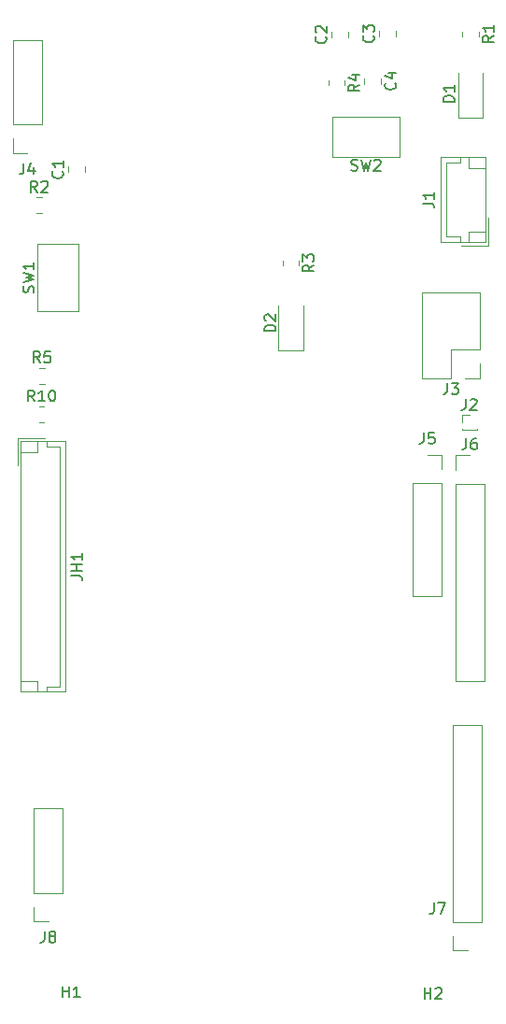
<source format=gbr>
%TF.GenerationSoftware,KiCad,Pcbnew,7.0.9*%
%TF.CreationDate,2023-11-15T13:05:46-05:00*%
%TF.ProjectId,SB2_ACOND_CONN,5342325f-4143-44f4-9e44-5f434f4e4e2e,rev?*%
%TF.SameCoordinates,Original*%
%TF.FileFunction,Legend,Top*%
%TF.FilePolarity,Positive*%
%FSLAX46Y46*%
G04 Gerber Fmt 4.6, Leading zero omitted, Abs format (unit mm)*
G04 Created by KiCad (PCBNEW 7.0.9) date 2023-11-15 13:05:46*
%MOMM*%
%LPD*%
G01*
G04 APERTURE LIST*
%ADD10C,0.150000*%
%ADD11C,0.120000*%
G04 APERTURE END LIST*
D10*
X88228095Y-122954819D02*
X88228095Y-121954819D01*
X88228095Y-122431009D02*
X88799523Y-122431009D01*
X88799523Y-122954819D02*
X88799523Y-121954819D01*
X89228095Y-122050057D02*
X89275714Y-122002438D01*
X89275714Y-122002438D02*
X89370952Y-121954819D01*
X89370952Y-121954819D02*
X89609047Y-121954819D01*
X89609047Y-121954819D02*
X89704285Y-122002438D01*
X89704285Y-122002438D02*
X89751904Y-122050057D01*
X89751904Y-122050057D02*
X89799523Y-122145295D01*
X89799523Y-122145295D02*
X89799523Y-122240533D01*
X89799523Y-122240533D02*
X89751904Y-122383390D01*
X89751904Y-122383390D02*
X89180476Y-122954819D01*
X89180476Y-122954819D02*
X89799523Y-122954819D01*
X92021066Y-72156419D02*
X92021066Y-72870704D01*
X92021066Y-72870704D02*
X91973447Y-73013561D01*
X91973447Y-73013561D02*
X91878209Y-73108800D01*
X91878209Y-73108800D02*
X91735352Y-73156419D01*
X91735352Y-73156419D02*
X91640114Y-73156419D01*
X92925828Y-72156419D02*
X92735352Y-72156419D01*
X92735352Y-72156419D02*
X92640114Y-72204038D01*
X92640114Y-72204038D02*
X92592495Y-72251657D01*
X92592495Y-72251657D02*
X92497257Y-72394514D01*
X92497257Y-72394514D02*
X92449638Y-72584990D01*
X92449638Y-72584990D02*
X92449638Y-72965942D01*
X92449638Y-72965942D02*
X92497257Y-73061180D01*
X92497257Y-73061180D02*
X92544876Y-73108800D01*
X92544876Y-73108800D02*
X92640114Y-73156419D01*
X92640114Y-73156419D02*
X92830590Y-73156419D01*
X92830590Y-73156419D02*
X92925828Y-73108800D01*
X92925828Y-73108800D02*
X92973447Y-73061180D01*
X92973447Y-73061180D02*
X93021066Y-72965942D01*
X93021066Y-72965942D02*
X93021066Y-72727847D01*
X93021066Y-72727847D02*
X92973447Y-72632609D01*
X92973447Y-72632609D02*
X92925828Y-72584990D01*
X92925828Y-72584990D02*
X92830590Y-72537371D01*
X92830590Y-72537371D02*
X92640114Y-72537371D01*
X92640114Y-72537371D02*
X92544876Y-72584990D01*
X92544876Y-72584990D02*
X92497257Y-72632609D01*
X92497257Y-72632609D02*
X92449638Y-72727847D01*
X53376533Y-65302019D02*
X53043200Y-64825828D01*
X52805105Y-65302019D02*
X52805105Y-64302019D01*
X52805105Y-64302019D02*
X53186057Y-64302019D01*
X53186057Y-64302019D02*
X53281295Y-64349638D01*
X53281295Y-64349638D02*
X53328914Y-64397257D01*
X53328914Y-64397257D02*
X53376533Y-64492495D01*
X53376533Y-64492495D02*
X53376533Y-64635352D01*
X53376533Y-64635352D02*
X53328914Y-64730590D01*
X53328914Y-64730590D02*
X53281295Y-64778209D01*
X53281295Y-64778209D02*
X53186057Y-64825828D01*
X53186057Y-64825828D02*
X52805105Y-64825828D01*
X54281295Y-64302019D02*
X53805105Y-64302019D01*
X53805105Y-64302019D02*
X53757486Y-64778209D01*
X53757486Y-64778209D02*
X53805105Y-64730590D01*
X53805105Y-64730590D02*
X53900343Y-64682971D01*
X53900343Y-64682971D02*
X54138438Y-64682971D01*
X54138438Y-64682971D02*
X54233676Y-64730590D01*
X54233676Y-64730590D02*
X54281295Y-64778209D01*
X54281295Y-64778209D02*
X54328914Y-64873447D01*
X54328914Y-64873447D02*
X54328914Y-65111542D01*
X54328914Y-65111542D02*
X54281295Y-65206780D01*
X54281295Y-65206780D02*
X54233676Y-65254400D01*
X54233676Y-65254400D02*
X54138438Y-65302019D01*
X54138438Y-65302019D02*
X53900343Y-65302019D01*
X53900343Y-65302019D02*
X53805105Y-65254400D01*
X53805105Y-65254400D02*
X53757486Y-65206780D01*
X53768666Y-116844819D02*
X53768666Y-117559104D01*
X53768666Y-117559104D02*
X53721047Y-117701961D01*
X53721047Y-117701961D02*
X53625809Y-117797200D01*
X53625809Y-117797200D02*
X53482952Y-117844819D01*
X53482952Y-117844819D02*
X53387714Y-117844819D01*
X54387714Y-117273390D02*
X54292476Y-117225771D01*
X54292476Y-117225771D02*
X54244857Y-117178152D01*
X54244857Y-117178152D02*
X54197238Y-117082914D01*
X54197238Y-117082914D02*
X54197238Y-117035295D01*
X54197238Y-117035295D02*
X54244857Y-116940057D01*
X54244857Y-116940057D02*
X54292476Y-116892438D01*
X54292476Y-116892438D02*
X54387714Y-116844819D01*
X54387714Y-116844819D02*
X54578190Y-116844819D01*
X54578190Y-116844819D02*
X54673428Y-116892438D01*
X54673428Y-116892438D02*
X54721047Y-116940057D01*
X54721047Y-116940057D02*
X54768666Y-117035295D01*
X54768666Y-117035295D02*
X54768666Y-117082914D01*
X54768666Y-117082914D02*
X54721047Y-117178152D01*
X54721047Y-117178152D02*
X54673428Y-117225771D01*
X54673428Y-117225771D02*
X54578190Y-117273390D01*
X54578190Y-117273390D02*
X54387714Y-117273390D01*
X54387714Y-117273390D02*
X54292476Y-117321009D01*
X54292476Y-117321009D02*
X54244857Y-117368628D01*
X54244857Y-117368628D02*
X54197238Y-117463866D01*
X54197238Y-117463866D02*
X54197238Y-117654342D01*
X54197238Y-117654342D02*
X54244857Y-117749580D01*
X54244857Y-117749580D02*
X54292476Y-117797200D01*
X54292476Y-117797200D02*
X54387714Y-117844819D01*
X54387714Y-117844819D02*
X54578190Y-117844819D01*
X54578190Y-117844819D02*
X54673428Y-117797200D01*
X54673428Y-117797200D02*
X54721047Y-117749580D01*
X54721047Y-117749580D02*
X54768666Y-117654342D01*
X54768666Y-117654342D02*
X54768666Y-117463866D01*
X54768666Y-117463866D02*
X54721047Y-117368628D01*
X54721047Y-117368628D02*
X54673428Y-117321009D01*
X54673428Y-117321009D02*
X54578190Y-117273390D01*
X51889066Y-47233619D02*
X51889066Y-47947904D01*
X51889066Y-47947904D02*
X51841447Y-48090761D01*
X51841447Y-48090761D02*
X51746209Y-48186000D01*
X51746209Y-48186000D02*
X51603352Y-48233619D01*
X51603352Y-48233619D02*
X51508114Y-48233619D01*
X52793828Y-47566952D02*
X52793828Y-48233619D01*
X52555733Y-47186000D02*
X52317638Y-47900285D01*
X52317638Y-47900285D02*
X52936685Y-47900285D01*
X52849542Y-68807219D02*
X52516209Y-68331028D01*
X52278114Y-68807219D02*
X52278114Y-67807219D01*
X52278114Y-67807219D02*
X52659066Y-67807219D01*
X52659066Y-67807219D02*
X52754304Y-67854838D01*
X52754304Y-67854838D02*
X52801923Y-67902457D01*
X52801923Y-67902457D02*
X52849542Y-67997695D01*
X52849542Y-67997695D02*
X52849542Y-68140552D01*
X52849542Y-68140552D02*
X52801923Y-68235790D01*
X52801923Y-68235790D02*
X52754304Y-68283409D01*
X52754304Y-68283409D02*
X52659066Y-68331028D01*
X52659066Y-68331028D02*
X52278114Y-68331028D01*
X53801923Y-68807219D02*
X53230495Y-68807219D01*
X53516209Y-68807219D02*
X53516209Y-67807219D01*
X53516209Y-67807219D02*
X53420971Y-67950076D01*
X53420971Y-67950076D02*
X53325733Y-68045314D01*
X53325733Y-68045314D02*
X53230495Y-68092933D01*
X54420971Y-67807219D02*
X54516209Y-67807219D01*
X54516209Y-67807219D02*
X54611447Y-67854838D01*
X54611447Y-67854838D02*
X54659066Y-67902457D01*
X54659066Y-67902457D02*
X54706685Y-67997695D01*
X54706685Y-67997695D02*
X54754304Y-68188171D01*
X54754304Y-68188171D02*
X54754304Y-68426266D01*
X54754304Y-68426266D02*
X54706685Y-68616742D01*
X54706685Y-68616742D02*
X54659066Y-68711980D01*
X54659066Y-68711980D02*
X54611447Y-68759600D01*
X54611447Y-68759600D02*
X54516209Y-68807219D01*
X54516209Y-68807219D02*
X54420971Y-68807219D01*
X54420971Y-68807219D02*
X54325733Y-68759600D01*
X54325733Y-68759600D02*
X54278114Y-68711980D01*
X54278114Y-68711980D02*
X54230495Y-68616742D01*
X54230495Y-68616742D02*
X54182876Y-68426266D01*
X54182876Y-68426266D02*
X54182876Y-68188171D01*
X54182876Y-68188171D02*
X54230495Y-67997695D01*
X54230495Y-67997695D02*
X54278114Y-67902457D01*
X54278114Y-67902457D02*
X54325733Y-67854838D01*
X54325733Y-67854838D02*
X54420971Y-67807219D01*
X81583867Y-47863600D02*
X81726724Y-47911219D01*
X81726724Y-47911219D02*
X81964819Y-47911219D01*
X81964819Y-47911219D02*
X82060057Y-47863600D01*
X82060057Y-47863600D02*
X82107676Y-47815980D01*
X82107676Y-47815980D02*
X82155295Y-47720742D01*
X82155295Y-47720742D02*
X82155295Y-47625504D01*
X82155295Y-47625504D02*
X82107676Y-47530266D01*
X82107676Y-47530266D02*
X82060057Y-47482647D01*
X82060057Y-47482647D02*
X81964819Y-47435028D01*
X81964819Y-47435028D02*
X81774343Y-47387409D01*
X81774343Y-47387409D02*
X81679105Y-47339790D01*
X81679105Y-47339790D02*
X81631486Y-47292171D01*
X81631486Y-47292171D02*
X81583867Y-47196933D01*
X81583867Y-47196933D02*
X81583867Y-47101695D01*
X81583867Y-47101695D02*
X81631486Y-47006457D01*
X81631486Y-47006457D02*
X81679105Y-46958838D01*
X81679105Y-46958838D02*
X81774343Y-46911219D01*
X81774343Y-46911219D02*
X82012438Y-46911219D01*
X82012438Y-46911219D02*
X82155295Y-46958838D01*
X82488629Y-46911219D02*
X82726724Y-47911219D01*
X82726724Y-47911219D02*
X82917200Y-47196933D01*
X82917200Y-47196933D02*
X83107676Y-47911219D01*
X83107676Y-47911219D02*
X83345772Y-46911219D01*
X83679105Y-47006457D02*
X83726724Y-46958838D01*
X83726724Y-46958838D02*
X83821962Y-46911219D01*
X83821962Y-46911219D02*
X84060057Y-46911219D01*
X84060057Y-46911219D02*
X84155295Y-46958838D01*
X84155295Y-46958838D02*
X84202914Y-47006457D01*
X84202914Y-47006457D02*
X84250533Y-47101695D01*
X84250533Y-47101695D02*
X84250533Y-47196933D01*
X84250533Y-47196933D02*
X84202914Y-47339790D01*
X84202914Y-47339790D02*
X83631486Y-47911219D01*
X83631486Y-47911219D02*
X84250533Y-47911219D01*
X79248380Y-35748166D02*
X79296000Y-35795785D01*
X79296000Y-35795785D02*
X79343619Y-35938642D01*
X79343619Y-35938642D02*
X79343619Y-36033880D01*
X79343619Y-36033880D02*
X79296000Y-36176737D01*
X79296000Y-36176737D02*
X79200761Y-36271975D01*
X79200761Y-36271975D02*
X79105523Y-36319594D01*
X79105523Y-36319594D02*
X78915047Y-36367213D01*
X78915047Y-36367213D02*
X78772190Y-36367213D01*
X78772190Y-36367213D02*
X78581714Y-36319594D01*
X78581714Y-36319594D02*
X78486476Y-36271975D01*
X78486476Y-36271975D02*
X78391238Y-36176737D01*
X78391238Y-36176737D02*
X78343619Y-36033880D01*
X78343619Y-36033880D02*
X78343619Y-35938642D01*
X78343619Y-35938642D02*
X78391238Y-35795785D01*
X78391238Y-35795785D02*
X78438857Y-35748166D01*
X78438857Y-35367213D02*
X78391238Y-35319594D01*
X78391238Y-35319594D02*
X78343619Y-35224356D01*
X78343619Y-35224356D02*
X78343619Y-34986261D01*
X78343619Y-34986261D02*
X78391238Y-34891023D01*
X78391238Y-34891023D02*
X78438857Y-34843404D01*
X78438857Y-34843404D02*
X78534095Y-34795785D01*
X78534095Y-34795785D02*
X78629333Y-34795785D01*
X78629333Y-34795785D02*
X78772190Y-34843404D01*
X78772190Y-34843404D02*
X79343619Y-35414832D01*
X79343619Y-35414832D02*
X79343619Y-34795785D01*
X82344419Y-40111466D02*
X81868228Y-40444799D01*
X82344419Y-40682894D02*
X81344419Y-40682894D01*
X81344419Y-40682894D02*
X81344419Y-40301942D01*
X81344419Y-40301942D02*
X81392038Y-40206704D01*
X81392038Y-40206704D02*
X81439657Y-40159085D01*
X81439657Y-40159085D02*
X81534895Y-40111466D01*
X81534895Y-40111466D02*
X81677752Y-40111466D01*
X81677752Y-40111466D02*
X81772990Y-40159085D01*
X81772990Y-40159085D02*
X81820609Y-40206704D01*
X81820609Y-40206704D02*
X81868228Y-40301942D01*
X81868228Y-40301942D02*
X81868228Y-40682894D01*
X81677752Y-39254323D02*
X82344419Y-39254323D01*
X81296800Y-39492418D02*
X82011085Y-39730513D01*
X82011085Y-39730513D02*
X82011085Y-39111466D01*
X91970266Y-68608419D02*
X91970266Y-69322704D01*
X91970266Y-69322704D02*
X91922647Y-69465561D01*
X91922647Y-69465561D02*
X91827409Y-69560800D01*
X91827409Y-69560800D02*
X91684552Y-69608419D01*
X91684552Y-69608419D02*
X91589314Y-69608419D01*
X92398838Y-68703657D02*
X92446457Y-68656038D01*
X92446457Y-68656038D02*
X92541695Y-68608419D01*
X92541695Y-68608419D02*
X92779790Y-68608419D01*
X92779790Y-68608419D02*
X92875028Y-68656038D01*
X92875028Y-68656038D02*
X92922647Y-68703657D01*
X92922647Y-68703657D02*
X92970266Y-68798895D01*
X92970266Y-68798895D02*
X92970266Y-68894133D01*
X92970266Y-68894133D02*
X92922647Y-69036990D01*
X92922647Y-69036990D02*
X92351219Y-69608419D01*
X92351219Y-69608419D02*
X92970266Y-69608419D01*
X94510019Y-35675866D02*
X94033828Y-36009199D01*
X94510019Y-36247294D02*
X93510019Y-36247294D01*
X93510019Y-36247294D02*
X93510019Y-35866342D01*
X93510019Y-35866342D02*
X93557638Y-35771104D01*
X93557638Y-35771104D02*
X93605257Y-35723485D01*
X93605257Y-35723485D02*
X93700495Y-35675866D01*
X93700495Y-35675866D02*
X93843352Y-35675866D01*
X93843352Y-35675866D02*
X93938590Y-35723485D01*
X93938590Y-35723485D02*
X93986209Y-35771104D01*
X93986209Y-35771104D02*
X94033828Y-35866342D01*
X94033828Y-35866342D02*
X94033828Y-36247294D01*
X94510019Y-34723485D02*
X94510019Y-35294913D01*
X94510019Y-35009199D02*
X93510019Y-35009199D01*
X93510019Y-35009199D02*
X93652876Y-35104437D01*
X93652876Y-35104437D02*
X93748114Y-35199675D01*
X93748114Y-35199675D02*
X93795733Y-35294913D01*
X85554780Y-39943066D02*
X85602400Y-39990685D01*
X85602400Y-39990685D02*
X85650019Y-40133542D01*
X85650019Y-40133542D02*
X85650019Y-40228780D01*
X85650019Y-40228780D02*
X85602400Y-40371637D01*
X85602400Y-40371637D02*
X85507161Y-40466875D01*
X85507161Y-40466875D02*
X85411923Y-40514494D01*
X85411923Y-40514494D02*
X85221447Y-40562113D01*
X85221447Y-40562113D02*
X85078590Y-40562113D01*
X85078590Y-40562113D02*
X84888114Y-40514494D01*
X84888114Y-40514494D02*
X84792876Y-40466875D01*
X84792876Y-40466875D02*
X84697638Y-40371637D01*
X84697638Y-40371637D02*
X84650019Y-40228780D01*
X84650019Y-40228780D02*
X84650019Y-40133542D01*
X84650019Y-40133542D02*
X84697638Y-39990685D01*
X84697638Y-39990685D02*
X84745257Y-39943066D01*
X84983352Y-39085923D02*
X85650019Y-39085923D01*
X84602400Y-39324018D02*
X85316685Y-39562113D01*
X85316685Y-39562113D02*
X85316685Y-38943066D01*
X74733219Y-62445794D02*
X73733219Y-62445794D01*
X73733219Y-62445794D02*
X73733219Y-62207699D01*
X73733219Y-62207699D02*
X73780838Y-62064842D01*
X73780838Y-62064842D02*
X73876076Y-61969604D01*
X73876076Y-61969604D02*
X73971314Y-61921985D01*
X73971314Y-61921985D02*
X74161790Y-61874366D01*
X74161790Y-61874366D02*
X74304647Y-61874366D01*
X74304647Y-61874366D02*
X74495123Y-61921985D01*
X74495123Y-61921985D02*
X74590361Y-61969604D01*
X74590361Y-61969604D02*
X74685600Y-62064842D01*
X74685600Y-62064842D02*
X74733219Y-62207699D01*
X74733219Y-62207699D02*
X74733219Y-62445794D01*
X73828457Y-61493413D02*
X73780838Y-61445794D01*
X73780838Y-61445794D02*
X73733219Y-61350556D01*
X73733219Y-61350556D02*
X73733219Y-61112461D01*
X73733219Y-61112461D02*
X73780838Y-61017223D01*
X73780838Y-61017223D02*
X73828457Y-60969604D01*
X73828457Y-60969604D02*
X73923695Y-60921985D01*
X73923695Y-60921985D02*
X74018933Y-60921985D01*
X74018933Y-60921985D02*
X74161790Y-60969604D01*
X74161790Y-60969604D02*
X74733219Y-61541032D01*
X74733219Y-61541032D02*
X74733219Y-60921985D01*
X83566380Y-35675866D02*
X83614000Y-35723485D01*
X83614000Y-35723485D02*
X83661619Y-35866342D01*
X83661619Y-35866342D02*
X83661619Y-35961580D01*
X83661619Y-35961580D02*
X83614000Y-36104437D01*
X83614000Y-36104437D02*
X83518761Y-36199675D01*
X83518761Y-36199675D02*
X83423523Y-36247294D01*
X83423523Y-36247294D02*
X83233047Y-36294913D01*
X83233047Y-36294913D02*
X83090190Y-36294913D01*
X83090190Y-36294913D02*
X82899714Y-36247294D01*
X82899714Y-36247294D02*
X82804476Y-36199675D01*
X82804476Y-36199675D02*
X82709238Y-36104437D01*
X82709238Y-36104437D02*
X82661619Y-35961580D01*
X82661619Y-35961580D02*
X82661619Y-35866342D01*
X82661619Y-35866342D02*
X82709238Y-35723485D01*
X82709238Y-35723485D02*
X82756857Y-35675866D01*
X82661619Y-35342532D02*
X82661619Y-34723485D01*
X82661619Y-34723485D02*
X83042571Y-35056818D01*
X83042571Y-35056818D02*
X83042571Y-34913961D01*
X83042571Y-34913961D02*
X83090190Y-34818723D01*
X83090190Y-34818723D02*
X83137809Y-34771104D01*
X83137809Y-34771104D02*
X83233047Y-34723485D01*
X83233047Y-34723485D02*
X83471142Y-34723485D01*
X83471142Y-34723485D02*
X83566380Y-34771104D01*
X83566380Y-34771104D02*
X83614000Y-34818723D01*
X83614000Y-34818723D02*
X83661619Y-34913961D01*
X83661619Y-34913961D02*
X83661619Y-35199675D01*
X83661619Y-35199675D02*
X83614000Y-35294913D01*
X83614000Y-35294913D02*
X83566380Y-35342532D01*
X53122533Y-49858819D02*
X52789200Y-49382628D01*
X52551105Y-49858819D02*
X52551105Y-48858819D01*
X52551105Y-48858819D02*
X52932057Y-48858819D01*
X52932057Y-48858819D02*
X53027295Y-48906438D01*
X53027295Y-48906438D02*
X53074914Y-48954057D01*
X53074914Y-48954057D02*
X53122533Y-49049295D01*
X53122533Y-49049295D02*
X53122533Y-49192152D01*
X53122533Y-49192152D02*
X53074914Y-49287390D01*
X53074914Y-49287390D02*
X53027295Y-49335009D01*
X53027295Y-49335009D02*
X52932057Y-49382628D01*
X52932057Y-49382628D02*
X52551105Y-49382628D01*
X53503486Y-48954057D02*
X53551105Y-48906438D01*
X53551105Y-48906438D02*
X53646343Y-48858819D01*
X53646343Y-48858819D02*
X53884438Y-48858819D01*
X53884438Y-48858819D02*
X53979676Y-48906438D01*
X53979676Y-48906438D02*
X54027295Y-48954057D01*
X54027295Y-48954057D02*
X54074914Y-49049295D01*
X54074914Y-49049295D02*
X54074914Y-49144533D01*
X54074914Y-49144533D02*
X54027295Y-49287390D01*
X54027295Y-49287390D02*
X53455867Y-49858819D01*
X53455867Y-49858819D02*
X54074914Y-49858819D01*
X56204419Y-84635542D02*
X56918704Y-84635542D01*
X56918704Y-84635542D02*
X57061561Y-84683161D01*
X57061561Y-84683161D02*
X57156800Y-84778399D01*
X57156800Y-84778399D02*
X57204419Y-84921256D01*
X57204419Y-84921256D02*
X57204419Y-85016494D01*
X57204419Y-84159351D02*
X56204419Y-84159351D01*
X56680609Y-84159351D02*
X56680609Y-83587923D01*
X57204419Y-83587923D02*
X56204419Y-83587923D01*
X57204419Y-82587923D02*
X57204419Y-83159351D01*
X57204419Y-82873637D02*
X56204419Y-82873637D01*
X56204419Y-82873637D02*
X56347276Y-82968875D01*
X56347276Y-82968875D02*
X56442514Y-83064113D01*
X56442514Y-83064113D02*
X56490133Y-83159351D01*
X55372380Y-47969466D02*
X55420000Y-48017085D01*
X55420000Y-48017085D02*
X55467619Y-48159942D01*
X55467619Y-48159942D02*
X55467619Y-48255180D01*
X55467619Y-48255180D02*
X55420000Y-48398037D01*
X55420000Y-48398037D02*
X55324761Y-48493275D01*
X55324761Y-48493275D02*
X55229523Y-48540894D01*
X55229523Y-48540894D02*
X55039047Y-48588513D01*
X55039047Y-48588513D02*
X54896190Y-48588513D01*
X54896190Y-48588513D02*
X54705714Y-48540894D01*
X54705714Y-48540894D02*
X54610476Y-48493275D01*
X54610476Y-48493275D02*
X54515238Y-48398037D01*
X54515238Y-48398037D02*
X54467619Y-48255180D01*
X54467619Y-48255180D02*
X54467619Y-48159942D01*
X54467619Y-48159942D02*
X54515238Y-48017085D01*
X54515238Y-48017085D02*
X54562857Y-47969466D01*
X55467619Y-47017085D02*
X55467619Y-47588513D01*
X55467619Y-47302799D02*
X54467619Y-47302799D01*
X54467619Y-47302799D02*
X54610476Y-47398037D01*
X54610476Y-47398037D02*
X54705714Y-47493275D01*
X54705714Y-47493275D02*
X54753333Y-47588513D01*
X90293866Y-67164419D02*
X90293866Y-67878704D01*
X90293866Y-67878704D02*
X90246247Y-68021561D01*
X90246247Y-68021561D02*
X90151009Y-68116800D01*
X90151009Y-68116800D02*
X90008152Y-68164419D01*
X90008152Y-68164419D02*
X89912914Y-68164419D01*
X90674819Y-67164419D02*
X91293866Y-67164419D01*
X91293866Y-67164419D02*
X90960533Y-67545371D01*
X90960533Y-67545371D02*
X91103390Y-67545371D01*
X91103390Y-67545371D02*
X91198628Y-67592990D01*
X91198628Y-67592990D02*
X91246247Y-67640609D01*
X91246247Y-67640609D02*
X91293866Y-67735847D01*
X91293866Y-67735847D02*
X91293866Y-67973942D01*
X91293866Y-67973942D02*
X91246247Y-68069180D01*
X91246247Y-68069180D02*
X91198628Y-68116800D01*
X91198628Y-68116800D02*
X91103390Y-68164419D01*
X91103390Y-68164419D02*
X90817676Y-68164419D01*
X90817676Y-68164419D02*
X90722438Y-68116800D01*
X90722438Y-68116800D02*
X90674819Y-68069180D01*
X55428095Y-122814819D02*
X55428095Y-121814819D01*
X55428095Y-122291009D02*
X55999523Y-122291009D01*
X55999523Y-122814819D02*
X55999523Y-121814819D01*
X56999523Y-122814819D02*
X56428095Y-122814819D01*
X56713809Y-122814819D02*
X56713809Y-121814819D01*
X56713809Y-121814819D02*
X56618571Y-121957676D01*
X56618571Y-121957676D02*
X56523333Y-122052914D01*
X56523333Y-122052914D02*
X56428095Y-122100533D01*
X88160266Y-71665619D02*
X88160266Y-72379904D01*
X88160266Y-72379904D02*
X88112647Y-72522761D01*
X88112647Y-72522761D02*
X88017409Y-72618000D01*
X88017409Y-72618000D02*
X87874552Y-72665619D01*
X87874552Y-72665619D02*
X87779314Y-72665619D01*
X89112647Y-71665619D02*
X88636457Y-71665619D01*
X88636457Y-71665619D02*
X88588838Y-72141809D01*
X88588838Y-72141809D02*
X88636457Y-72094190D01*
X88636457Y-72094190D02*
X88731695Y-72046571D01*
X88731695Y-72046571D02*
X88969790Y-72046571D01*
X88969790Y-72046571D02*
X89065028Y-72094190D01*
X89065028Y-72094190D02*
X89112647Y-72141809D01*
X89112647Y-72141809D02*
X89160266Y-72237047D01*
X89160266Y-72237047D02*
X89160266Y-72475142D01*
X89160266Y-72475142D02*
X89112647Y-72570380D01*
X89112647Y-72570380D02*
X89065028Y-72618000D01*
X89065028Y-72618000D02*
X88969790Y-72665619D01*
X88969790Y-72665619D02*
X88731695Y-72665619D01*
X88731695Y-72665619D02*
X88636457Y-72618000D01*
X88636457Y-72618000D02*
X88588838Y-72570380D01*
X88099619Y-50879333D02*
X88813904Y-50879333D01*
X88813904Y-50879333D02*
X88956761Y-50926952D01*
X88956761Y-50926952D02*
X89052000Y-51022190D01*
X89052000Y-51022190D02*
X89099619Y-51165047D01*
X89099619Y-51165047D02*
X89099619Y-51260285D01*
X89099619Y-49879333D02*
X89099619Y-50450761D01*
X89099619Y-50165047D02*
X88099619Y-50165047D01*
X88099619Y-50165047D02*
X88242476Y-50260285D01*
X88242476Y-50260285D02*
X88337714Y-50355523D01*
X88337714Y-50355523D02*
X88385333Y-50450761D01*
X52772800Y-58940532D02*
X52820419Y-58797675D01*
X52820419Y-58797675D02*
X52820419Y-58559580D01*
X52820419Y-58559580D02*
X52772800Y-58464342D01*
X52772800Y-58464342D02*
X52725180Y-58416723D01*
X52725180Y-58416723D02*
X52629942Y-58369104D01*
X52629942Y-58369104D02*
X52534704Y-58369104D01*
X52534704Y-58369104D02*
X52439466Y-58416723D01*
X52439466Y-58416723D02*
X52391847Y-58464342D01*
X52391847Y-58464342D02*
X52344228Y-58559580D01*
X52344228Y-58559580D02*
X52296609Y-58750056D01*
X52296609Y-58750056D02*
X52248990Y-58845294D01*
X52248990Y-58845294D02*
X52201371Y-58892913D01*
X52201371Y-58892913D02*
X52106133Y-58940532D01*
X52106133Y-58940532D02*
X52010895Y-58940532D01*
X52010895Y-58940532D02*
X51915657Y-58892913D01*
X51915657Y-58892913D02*
X51868038Y-58845294D01*
X51868038Y-58845294D02*
X51820419Y-58750056D01*
X51820419Y-58750056D02*
X51820419Y-58511961D01*
X51820419Y-58511961D02*
X51868038Y-58369104D01*
X51820419Y-58035770D02*
X52820419Y-57797675D01*
X52820419Y-57797675D02*
X52106133Y-57607199D01*
X52106133Y-57607199D02*
X52820419Y-57416723D01*
X52820419Y-57416723D02*
X51820419Y-57178628D01*
X52820419Y-56273866D02*
X52820419Y-56845294D01*
X52820419Y-56559580D02*
X51820419Y-56559580D01*
X51820419Y-56559580D02*
X51963276Y-56654818D01*
X51963276Y-56654818D02*
X52058514Y-56750056D01*
X52058514Y-56750056D02*
X52106133Y-56845294D01*
X78203219Y-56453066D02*
X77727028Y-56786399D01*
X78203219Y-57024494D02*
X77203219Y-57024494D01*
X77203219Y-57024494D02*
X77203219Y-56643542D01*
X77203219Y-56643542D02*
X77250838Y-56548304D01*
X77250838Y-56548304D02*
X77298457Y-56500685D01*
X77298457Y-56500685D02*
X77393695Y-56453066D01*
X77393695Y-56453066D02*
X77536552Y-56453066D01*
X77536552Y-56453066D02*
X77631790Y-56500685D01*
X77631790Y-56500685D02*
X77679409Y-56548304D01*
X77679409Y-56548304D02*
X77727028Y-56643542D01*
X77727028Y-56643542D02*
X77727028Y-57024494D01*
X77203219Y-56119732D02*
X77203219Y-55500685D01*
X77203219Y-55500685D02*
X77584171Y-55834018D01*
X77584171Y-55834018D02*
X77584171Y-55691161D01*
X77584171Y-55691161D02*
X77631790Y-55595923D01*
X77631790Y-55595923D02*
X77679409Y-55548304D01*
X77679409Y-55548304D02*
X77774647Y-55500685D01*
X77774647Y-55500685D02*
X78012742Y-55500685D01*
X78012742Y-55500685D02*
X78107980Y-55548304D01*
X78107980Y-55548304D02*
X78155600Y-55595923D01*
X78155600Y-55595923D02*
X78203219Y-55691161D01*
X78203219Y-55691161D02*
X78203219Y-55976875D01*
X78203219Y-55976875D02*
X78155600Y-56072113D01*
X78155600Y-56072113D02*
X78107980Y-56119732D01*
X90938419Y-41682894D02*
X89938419Y-41682894D01*
X89938419Y-41682894D02*
X89938419Y-41444799D01*
X89938419Y-41444799D02*
X89986038Y-41301942D01*
X89986038Y-41301942D02*
X90081276Y-41206704D01*
X90081276Y-41206704D02*
X90176514Y-41159085D01*
X90176514Y-41159085D02*
X90366990Y-41111466D01*
X90366990Y-41111466D02*
X90509847Y-41111466D01*
X90509847Y-41111466D02*
X90700323Y-41159085D01*
X90700323Y-41159085D02*
X90795561Y-41206704D01*
X90795561Y-41206704D02*
X90890800Y-41301942D01*
X90890800Y-41301942D02*
X90938419Y-41444799D01*
X90938419Y-41444799D02*
X90938419Y-41682894D01*
X90938419Y-40159085D02*
X90938419Y-40730513D01*
X90938419Y-40444799D02*
X89938419Y-40444799D01*
X89938419Y-40444799D02*
X90081276Y-40540037D01*
X90081276Y-40540037D02*
X90176514Y-40635275D01*
X90176514Y-40635275D02*
X90224133Y-40730513D01*
X89104266Y-114266419D02*
X89104266Y-114980704D01*
X89104266Y-114980704D02*
X89056647Y-115123561D01*
X89056647Y-115123561D02*
X88961409Y-115218800D01*
X88961409Y-115218800D02*
X88818552Y-115266419D01*
X88818552Y-115266419D02*
X88723314Y-115266419D01*
X89485219Y-114266419D02*
X90151885Y-114266419D01*
X90151885Y-114266419D02*
X89723314Y-115266419D01*
D11*
%TO.C,J6*%
X91024400Y-73701600D02*
X92354400Y-73701600D01*
X91024400Y-75031600D02*
X91024400Y-73701600D01*
X91024400Y-76301600D02*
X91024400Y-94141600D01*
X91024400Y-76301600D02*
X93684400Y-76301600D01*
X91024400Y-94141600D02*
X93684400Y-94141600D01*
X93684400Y-76301600D02*
X93684400Y-94141600D01*
%TO.C,R5*%
X53316136Y-65762200D02*
X53770264Y-65762200D01*
X53316136Y-67232200D02*
X53770264Y-67232200D01*
%TO.C,J8*%
X55432000Y-113350000D02*
X55432000Y-105670000D01*
X55432000Y-113350000D02*
X52772000Y-113350000D01*
X55432000Y-105670000D02*
X52772000Y-105670000D01*
X54102000Y-115950000D02*
X52772000Y-115950000D01*
X52772000Y-115950000D02*
X52772000Y-114620000D01*
X52772000Y-113350000D02*
X52772000Y-105670000D01*
%TO.C,J4*%
X53552400Y-43738800D02*
X53552400Y-36058800D01*
X53552400Y-43738800D02*
X50892400Y-43738800D01*
X53552400Y-36058800D02*
X50892400Y-36058800D01*
X52222400Y-46338800D02*
X50892400Y-46338800D01*
X50892400Y-46338800D02*
X50892400Y-45008800D01*
X50892400Y-43738800D02*
X50892400Y-36058800D01*
%TO.C,R10*%
X53265336Y-69267400D02*
X53719464Y-69267400D01*
X53265336Y-70737400D02*
X53719464Y-70737400D01*
%TO.C,SW2*%
X85977200Y-46706400D02*
X79857200Y-46706400D01*
X85977200Y-43006400D02*
X85977200Y-46706400D01*
X79857200Y-46706400D02*
X79857200Y-43006400D01*
X79857200Y-43006400D02*
X85977200Y-43006400D01*
%TO.C,C2*%
X79833800Y-35842752D02*
X79833800Y-35320248D01*
X81303800Y-35842752D02*
X81303800Y-35320248D01*
%TO.C,R4*%
X79529000Y-40155864D02*
X79529000Y-39701736D01*
X80999000Y-40155864D02*
X80999000Y-39701736D01*
%TO.C,J2*%
X91608600Y-70028600D02*
X92303600Y-70028600D01*
X91608600Y-70713600D02*
X91608600Y-70028600D01*
X91608600Y-71398600D02*
X91608600Y-71273600D01*
X91608600Y-71398600D02*
X91695324Y-71398600D01*
X91608600Y-71398600D02*
X92998600Y-71398600D01*
X92911876Y-71398600D02*
X92998600Y-71398600D01*
X92998600Y-71398600D02*
X92998600Y-71273600D01*
%TO.C,R1*%
X93140200Y-35282136D02*
X93140200Y-35736264D01*
X91670200Y-35282136D02*
X91670200Y-35736264D01*
%TO.C,C4*%
X84250200Y-39515148D02*
X84250200Y-40037652D01*
X82780200Y-39515148D02*
X82780200Y-40037652D01*
%TO.C,D2*%
X74963400Y-64167700D02*
X77233400Y-64167700D01*
X77233400Y-64167700D02*
X77233400Y-60107700D01*
X74963400Y-60107700D02*
X74963400Y-64167700D01*
%TO.C,C3*%
X84151800Y-35770452D02*
X84151800Y-35247948D01*
X85621800Y-35770452D02*
X85621800Y-35247948D01*
%TO.C,R2*%
X53062136Y-50319000D02*
X53516264Y-50319000D01*
X53062136Y-51789000D02*
X53516264Y-51789000D01*
%TO.C,JH1*%
X53839600Y-72118400D02*
X51339600Y-72118400D01*
X51339600Y-72118400D02*
X51339600Y-74618400D01*
X55659600Y-72418400D02*
X51639600Y-72418400D01*
X53949600Y-72418400D02*
X53949600Y-72918400D01*
X53139600Y-72418400D02*
X53139600Y-73418400D01*
X51639600Y-72418400D02*
X51639600Y-95138400D01*
X55159600Y-72918400D02*
X55159600Y-94638400D01*
X53949600Y-72918400D02*
X55159600Y-72918400D01*
X53139600Y-73418400D02*
X51639600Y-73418400D01*
X53139600Y-94138400D02*
X51639600Y-94138400D01*
X55159600Y-94638400D02*
X53949600Y-94638400D01*
X53949600Y-94638400D02*
X53949600Y-95138400D01*
X55659600Y-95138400D02*
X55659600Y-72418400D01*
X53139600Y-95138400D02*
X53139600Y-94138400D01*
X51639600Y-95138400D02*
X55659600Y-95138400D01*
%TO.C,C1*%
X55957800Y-48064052D02*
X55957800Y-47541548D01*
X57427800Y-48064052D02*
X57427800Y-47541548D01*
%TO.C,J3*%
X93227200Y-66709600D02*
X91897200Y-66709600D01*
X93227200Y-65379600D02*
X93227200Y-66709600D01*
X93227200Y-64109600D02*
X93227200Y-58969600D01*
X93227200Y-64109600D02*
X90627200Y-64109600D01*
X93227200Y-58969600D02*
X88027200Y-58969600D01*
X90627200Y-66709600D02*
X88027200Y-66709600D01*
X90627200Y-64109600D02*
X90627200Y-66709600D01*
X88027200Y-66709600D02*
X88027200Y-58969600D01*
%TO.C,J5*%
X87163600Y-76250800D02*
X87163600Y-86470800D01*
X87163600Y-76250800D02*
X89823600Y-76250800D01*
X87163600Y-86470800D02*
X89823600Y-86470800D01*
X88493600Y-73650800D02*
X89823600Y-73650800D01*
X89823600Y-73650800D02*
X89823600Y-74980800D01*
X89823600Y-76250800D02*
X89823600Y-86470800D01*
%TO.C,J1*%
X91554800Y-54706000D02*
X94054800Y-54706000D01*
X94054800Y-54706000D02*
X94054800Y-52206000D01*
X89734800Y-54406000D02*
X93754800Y-54406000D01*
X91444800Y-54406000D02*
X91444800Y-53906000D01*
X92254800Y-54406000D02*
X92254800Y-53406000D01*
X93754800Y-54406000D02*
X93754800Y-46686000D01*
X90234800Y-53906000D02*
X90234800Y-47186000D01*
X91444800Y-53906000D02*
X90234800Y-53906000D01*
X92254800Y-53406000D02*
X93754800Y-53406000D01*
X92254800Y-47686000D02*
X93754800Y-47686000D01*
X90234800Y-47186000D02*
X91444800Y-47186000D01*
X91444800Y-47186000D02*
X91444800Y-46686000D01*
X89734800Y-46686000D02*
X89734800Y-54406000D01*
X92254800Y-46686000D02*
X92254800Y-47686000D01*
X93754800Y-46686000D02*
X89734800Y-46686000D01*
%TO.C,SW1*%
X53115600Y-60667200D02*
X53115600Y-54547200D01*
X56815600Y-60667200D02*
X53115600Y-60667200D01*
X53115600Y-54547200D02*
X56815600Y-54547200D01*
X56815600Y-54547200D02*
X56815600Y-60667200D01*
%TO.C,R3*%
X76833400Y-56059336D02*
X76833400Y-56513464D01*
X75363400Y-56059336D02*
X75363400Y-56513464D01*
%TO.C,D1*%
X91270200Y-43150800D02*
X93540200Y-43150800D01*
X93540200Y-43150800D02*
X93540200Y-39090800D01*
X91270200Y-39090800D02*
X91270200Y-43150800D01*
%TO.C,J7*%
X93460000Y-115980000D02*
X93460000Y-98140000D01*
X93460000Y-115980000D02*
X90800000Y-115980000D01*
X93460000Y-98140000D02*
X90800000Y-98140000D01*
X92130000Y-118580000D02*
X90800000Y-118580000D01*
X90800000Y-118580000D02*
X90800000Y-117250000D01*
X90800000Y-115980000D02*
X90800000Y-98140000D01*
%TD*%
M02*

</source>
